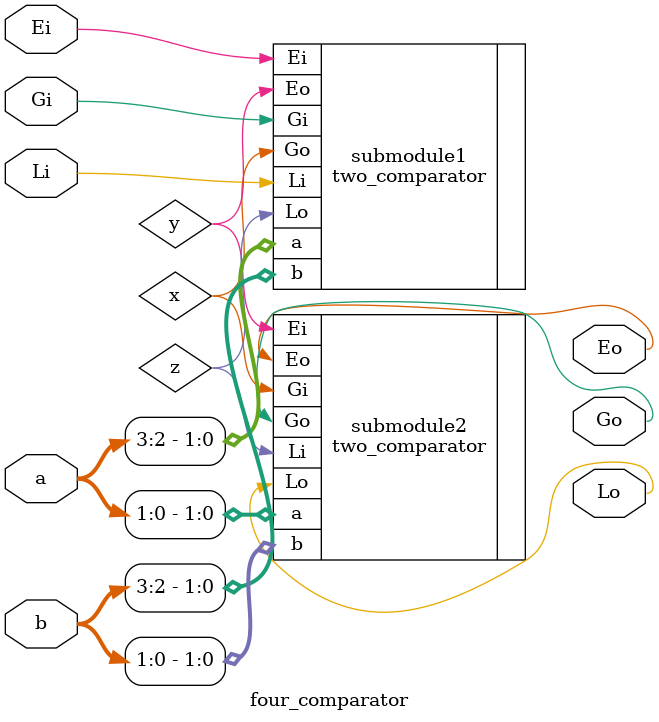
<source format=v>
module four_comparator(a, b, Gi, Ei, Li, Go, Eo, Lo);
	
	input [3:0]	a;
	input [3:0]	b;
	input		Gi, Ei, Li;
	
	output		Go, Eo, Lo;
	
	wire	Go, Eo, Lo;
	wire	x, y, z;
	
	two_comparator submodule1(.a(a[3:2]), .b(b[3:2]), .Gi(Gi), .Ei(Ei), .Li(Li), .Go(x), .Eo(y), .Lo(z));
	two_comparator submodule2(.a(a[1:0]), .b(b[1:0]), .Gi(x), .Ei(y), .Li(z), .Go(Go), .Eo(Eo), .Lo(Lo));

endmodule

</source>
